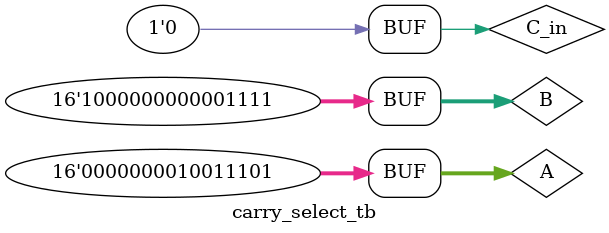
<source format=v>
module carry_select_tb;

	reg [15:0]A,B;
	reg C_in;
	wire [15:0] S;
	wire C_out;

	carry_select_adder_16bit uut(.a(A), .b(B), .c_in(C_in), .s(S), .c_out(C_out));

	
	initial begin
	A = 0; B= 0; C_in =0;
#100
	C_in = 1'b0;
	A = 16'b1111000011110001;
	B = 16'b1100101000111111;
#100
	C_in = 1'b0;
	A = 16'b1111111111111111;
	B = 16'b1111111111111111;
#100
	C_in = 1'b0;
	A = 16'b1001110010011101;
	B = 16'b1000111111110000;
#100
	C_in = 1'b0;
	A = 16'b1010101010101010;
	B = 16'b0101010101010101;
#100
	C_in = 1'b0;
	A = 16'b1001110010011101;
	B = 16'b1000110001110000;
#100
	C_in = 1'b0;
	A = 16'b1001100010011101;
	B = 16'b1111111111111111;
#100

	C_in = 1'b0;
	A = 16'b1001100010011101;
	B = 16'b00000000111111111;
#100
	C_in = 1'b0;
	A = 16'b1001100010011101;
	B = 16'b0000011111111111;
#100
	C_in = 1'b0;
	A = 16'b0000000010011101;
	B = 16'b1000000000001111;
	end

initial begin
      	$monitor(,$time,"A=%b, B=%b , Sum = %b, C_cout=%b ",A,B,S,C_out);
end


endmodule

</source>
